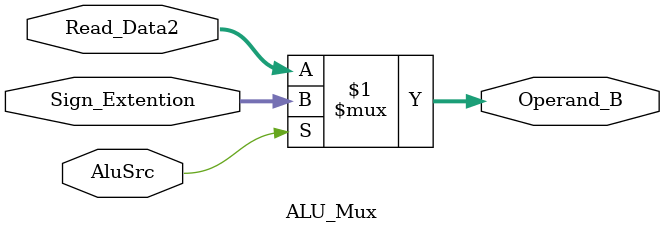
<source format=v>
module ALU_Mux(
    input [31:0] Read_Data2,
    input [31:0] Sign_Extention,
    input AluSrc,
    output [31:0] Operand_B 
);

assign Operand_B = (AluSrc)? Sign_Extention : Read_Data2;

endmodule

</source>
